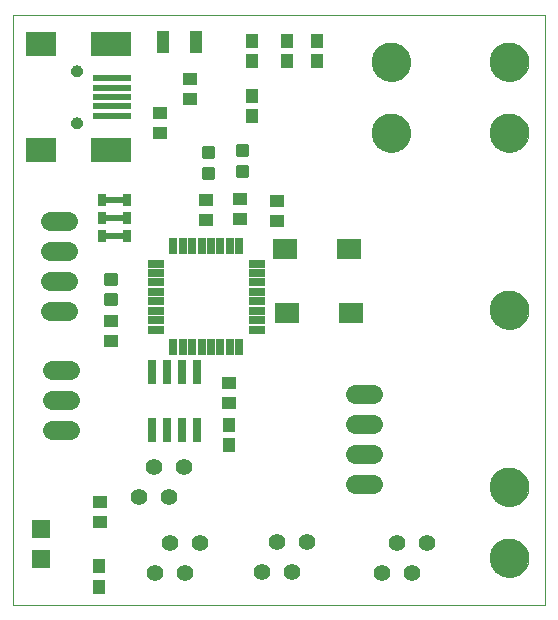
<source format=gts>
G75*
%MOIN*%
%OFA0B0*%
%FSLAX24Y24*%
%IPPOS*%
%LPD*%
%AMOC8*
5,1,8,0,0,1.08239X$1,22.5*
%
%ADD10C,0.0000*%
%ADD11C,0.1300*%
%ADD12R,0.0540X0.0260*%
%ADD13R,0.0260X0.0540*%
%ADD14R,0.0434X0.0749*%
%ADD15R,0.0473X0.0434*%
%ADD16R,0.0434X0.0473*%
%ADD17R,0.1024X0.0827*%
%ADD18R,0.1339X0.0827*%
%ADD19R,0.1260X0.0237*%
%ADD20C,0.0394*%
%ADD21R,0.0670X0.0197*%
%ADD22R,0.0276X0.0394*%
%ADD23R,0.0827X0.0670*%
%ADD24C,0.0130*%
%ADD25C,0.0560*%
%ADD26R,0.0640X0.0640*%
%ADD27C,0.0640*%
%ADD28R,0.0260X0.0820*%
D10*
X000486Y000241D02*
X000486Y019926D01*
X018203Y019926D01*
X018203Y000241D01*
X000486Y000241D01*
X012455Y015989D02*
X012457Y016039D01*
X012463Y016089D01*
X012473Y016138D01*
X012487Y016186D01*
X012504Y016233D01*
X012525Y016278D01*
X012550Y016322D01*
X012578Y016363D01*
X012610Y016402D01*
X012644Y016439D01*
X012681Y016473D01*
X012721Y016503D01*
X012763Y016530D01*
X012807Y016554D01*
X012853Y016575D01*
X012900Y016591D01*
X012948Y016604D01*
X012998Y016613D01*
X013047Y016618D01*
X013098Y016619D01*
X013148Y016616D01*
X013197Y016609D01*
X013246Y016598D01*
X013294Y016583D01*
X013340Y016565D01*
X013385Y016543D01*
X013428Y016517D01*
X013469Y016488D01*
X013508Y016456D01*
X013544Y016421D01*
X013576Y016383D01*
X013606Y016343D01*
X013633Y016300D01*
X013656Y016256D01*
X013675Y016210D01*
X013691Y016162D01*
X013703Y016113D01*
X013711Y016064D01*
X013715Y016014D01*
X013715Y015964D01*
X013711Y015914D01*
X013703Y015865D01*
X013691Y015816D01*
X013675Y015768D01*
X013656Y015722D01*
X013633Y015678D01*
X013606Y015635D01*
X013576Y015595D01*
X013544Y015557D01*
X013508Y015522D01*
X013469Y015490D01*
X013428Y015461D01*
X013385Y015435D01*
X013340Y015413D01*
X013294Y015395D01*
X013246Y015380D01*
X013197Y015369D01*
X013148Y015362D01*
X013098Y015359D01*
X013047Y015360D01*
X012998Y015365D01*
X012948Y015374D01*
X012900Y015387D01*
X012853Y015403D01*
X012807Y015424D01*
X012763Y015448D01*
X012721Y015475D01*
X012681Y015505D01*
X012644Y015539D01*
X012610Y015576D01*
X012578Y015615D01*
X012550Y015656D01*
X012525Y015700D01*
X012504Y015745D01*
X012487Y015792D01*
X012473Y015840D01*
X012463Y015889D01*
X012457Y015939D01*
X012455Y015989D01*
X012455Y018351D02*
X012457Y018401D01*
X012463Y018451D01*
X012473Y018500D01*
X012487Y018548D01*
X012504Y018595D01*
X012525Y018640D01*
X012550Y018684D01*
X012578Y018725D01*
X012610Y018764D01*
X012644Y018801D01*
X012681Y018835D01*
X012721Y018865D01*
X012763Y018892D01*
X012807Y018916D01*
X012853Y018937D01*
X012900Y018953D01*
X012948Y018966D01*
X012998Y018975D01*
X013047Y018980D01*
X013098Y018981D01*
X013148Y018978D01*
X013197Y018971D01*
X013246Y018960D01*
X013294Y018945D01*
X013340Y018927D01*
X013385Y018905D01*
X013428Y018879D01*
X013469Y018850D01*
X013508Y018818D01*
X013544Y018783D01*
X013576Y018745D01*
X013606Y018705D01*
X013633Y018662D01*
X013656Y018618D01*
X013675Y018572D01*
X013691Y018524D01*
X013703Y018475D01*
X013711Y018426D01*
X013715Y018376D01*
X013715Y018326D01*
X013711Y018276D01*
X013703Y018227D01*
X013691Y018178D01*
X013675Y018130D01*
X013656Y018084D01*
X013633Y018040D01*
X013606Y017997D01*
X013576Y017957D01*
X013544Y017919D01*
X013508Y017884D01*
X013469Y017852D01*
X013428Y017823D01*
X013385Y017797D01*
X013340Y017775D01*
X013294Y017757D01*
X013246Y017742D01*
X013197Y017731D01*
X013148Y017724D01*
X013098Y017721D01*
X013047Y017722D01*
X012998Y017727D01*
X012948Y017736D01*
X012900Y017749D01*
X012853Y017765D01*
X012807Y017786D01*
X012763Y017810D01*
X012721Y017837D01*
X012681Y017867D01*
X012644Y017901D01*
X012610Y017938D01*
X012578Y017977D01*
X012550Y018018D01*
X012525Y018062D01*
X012504Y018107D01*
X012487Y018154D01*
X012473Y018202D01*
X012463Y018251D01*
X012457Y018301D01*
X012455Y018351D01*
X016392Y018351D02*
X016394Y018401D01*
X016400Y018451D01*
X016410Y018500D01*
X016424Y018548D01*
X016441Y018595D01*
X016462Y018640D01*
X016487Y018684D01*
X016515Y018725D01*
X016547Y018764D01*
X016581Y018801D01*
X016618Y018835D01*
X016658Y018865D01*
X016700Y018892D01*
X016744Y018916D01*
X016790Y018937D01*
X016837Y018953D01*
X016885Y018966D01*
X016935Y018975D01*
X016984Y018980D01*
X017035Y018981D01*
X017085Y018978D01*
X017134Y018971D01*
X017183Y018960D01*
X017231Y018945D01*
X017277Y018927D01*
X017322Y018905D01*
X017365Y018879D01*
X017406Y018850D01*
X017445Y018818D01*
X017481Y018783D01*
X017513Y018745D01*
X017543Y018705D01*
X017570Y018662D01*
X017593Y018618D01*
X017612Y018572D01*
X017628Y018524D01*
X017640Y018475D01*
X017648Y018426D01*
X017652Y018376D01*
X017652Y018326D01*
X017648Y018276D01*
X017640Y018227D01*
X017628Y018178D01*
X017612Y018130D01*
X017593Y018084D01*
X017570Y018040D01*
X017543Y017997D01*
X017513Y017957D01*
X017481Y017919D01*
X017445Y017884D01*
X017406Y017852D01*
X017365Y017823D01*
X017322Y017797D01*
X017277Y017775D01*
X017231Y017757D01*
X017183Y017742D01*
X017134Y017731D01*
X017085Y017724D01*
X017035Y017721D01*
X016984Y017722D01*
X016935Y017727D01*
X016885Y017736D01*
X016837Y017749D01*
X016790Y017765D01*
X016744Y017786D01*
X016700Y017810D01*
X016658Y017837D01*
X016618Y017867D01*
X016581Y017901D01*
X016547Y017938D01*
X016515Y017977D01*
X016487Y018018D01*
X016462Y018062D01*
X016441Y018107D01*
X016424Y018154D01*
X016410Y018202D01*
X016400Y018251D01*
X016394Y018301D01*
X016392Y018351D01*
X016392Y015989D02*
X016394Y016039D01*
X016400Y016089D01*
X016410Y016138D01*
X016424Y016186D01*
X016441Y016233D01*
X016462Y016278D01*
X016487Y016322D01*
X016515Y016363D01*
X016547Y016402D01*
X016581Y016439D01*
X016618Y016473D01*
X016658Y016503D01*
X016700Y016530D01*
X016744Y016554D01*
X016790Y016575D01*
X016837Y016591D01*
X016885Y016604D01*
X016935Y016613D01*
X016984Y016618D01*
X017035Y016619D01*
X017085Y016616D01*
X017134Y016609D01*
X017183Y016598D01*
X017231Y016583D01*
X017277Y016565D01*
X017322Y016543D01*
X017365Y016517D01*
X017406Y016488D01*
X017445Y016456D01*
X017481Y016421D01*
X017513Y016383D01*
X017543Y016343D01*
X017570Y016300D01*
X017593Y016256D01*
X017612Y016210D01*
X017628Y016162D01*
X017640Y016113D01*
X017648Y016064D01*
X017652Y016014D01*
X017652Y015964D01*
X017648Y015914D01*
X017640Y015865D01*
X017628Y015816D01*
X017612Y015768D01*
X017593Y015722D01*
X017570Y015678D01*
X017543Y015635D01*
X017513Y015595D01*
X017481Y015557D01*
X017445Y015522D01*
X017406Y015490D01*
X017365Y015461D01*
X017322Y015435D01*
X017277Y015413D01*
X017231Y015395D01*
X017183Y015380D01*
X017134Y015369D01*
X017085Y015362D01*
X017035Y015359D01*
X016984Y015360D01*
X016935Y015365D01*
X016885Y015374D01*
X016837Y015387D01*
X016790Y015403D01*
X016744Y015424D01*
X016700Y015448D01*
X016658Y015475D01*
X016618Y015505D01*
X016581Y015539D01*
X016547Y015576D01*
X016515Y015615D01*
X016487Y015656D01*
X016462Y015700D01*
X016441Y015745D01*
X016424Y015792D01*
X016410Y015840D01*
X016400Y015889D01*
X016394Y015939D01*
X016392Y015989D01*
X016392Y010083D02*
X016394Y010133D01*
X016400Y010183D01*
X016410Y010232D01*
X016424Y010280D01*
X016441Y010327D01*
X016462Y010372D01*
X016487Y010416D01*
X016515Y010457D01*
X016547Y010496D01*
X016581Y010533D01*
X016618Y010567D01*
X016658Y010597D01*
X016700Y010624D01*
X016744Y010648D01*
X016790Y010669D01*
X016837Y010685D01*
X016885Y010698D01*
X016935Y010707D01*
X016984Y010712D01*
X017035Y010713D01*
X017085Y010710D01*
X017134Y010703D01*
X017183Y010692D01*
X017231Y010677D01*
X017277Y010659D01*
X017322Y010637D01*
X017365Y010611D01*
X017406Y010582D01*
X017445Y010550D01*
X017481Y010515D01*
X017513Y010477D01*
X017543Y010437D01*
X017570Y010394D01*
X017593Y010350D01*
X017612Y010304D01*
X017628Y010256D01*
X017640Y010207D01*
X017648Y010158D01*
X017652Y010108D01*
X017652Y010058D01*
X017648Y010008D01*
X017640Y009959D01*
X017628Y009910D01*
X017612Y009862D01*
X017593Y009816D01*
X017570Y009772D01*
X017543Y009729D01*
X017513Y009689D01*
X017481Y009651D01*
X017445Y009616D01*
X017406Y009584D01*
X017365Y009555D01*
X017322Y009529D01*
X017277Y009507D01*
X017231Y009489D01*
X017183Y009474D01*
X017134Y009463D01*
X017085Y009456D01*
X017035Y009453D01*
X016984Y009454D01*
X016935Y009459D01*
X016885Y009468D01*
X016837Y009481D01*
X016790Y009497D01*
X016744Y009518D01*
X016700Y009542D01*
X016658Y009569D01*
X016618Y009599D01*
X016581Y009633D01*
X016547Y009670D01*
X016515Y009709D01*
X016487Y009750D01*
X016462Y009794D01*
X016441Y009839D01*
X016424Y009886D01*
X016410Y009934D01*
X016400Y009983D01*
X016394Y010033D01*
X016392Y010083D01*
X016392Y004178D02*
X016394Y004228D01*
X016400Y004278D01*
X016410Y004327D01*
X016424Y004375D01*
X016441Y004422D01*
X016462Y004467D01*
X016487Y004511D01*
X016515Y004552D01*
X016547Y004591D01*
X016581Y004628D01*
X016618Y004662D01*
X016658Y004692D01*
X016700Y004719D01*
X016744Y004743D01*
X016790Y004764D01*
X016837Y004780D01*
X016885Y004793D01*
X016935Y004802D01*
X016984Y004807D01*
X017035Y004808D01*
X017085Y004805D01*
X017134Y004798D01*
X017183Y004787D01*
X017231Y004772D01*
X017277Y004754D01*
X017322Y004732D01*
X017365Y004706D01*
X017406Y004677D01*
X017445Y004645D01*
X017481Y004610D01*
X017513Y004572D01*
X017543Y004532D01*
X017570Y004489D01*
X017593Y004445D01*
X017612Y004399D01*
X017628Y004351D01*
X017640Y004302D01*
X017648Y004253D01*
X017652Y004203D01*
X017652Y004153D01*
X017648Y004103D01*
X017640Y004054D01*
X017628Y004005D01*
X017612Y003957D01*
X017593Y003911D01*
X017570Y003867D01*
X017543Y003824D01*
X017513Y003784D01*
X017481Y003746D01*
X017445Y003711D01*
X017406Y003679D01*
X017365Y003650D01*
X017322Y003624D01*
X017277Y003602D01*
X017231Y003584D01*
X017183Y003569D01*
X017134Y003558D01*
X017085Y003551D01*
X017035Y003548D01*
X016984Y003549D01*
X016935Y003554D01*
X016885Y003563D01*
X016837Y003576D01*
X016790Y003592D01*
X016744Y003613D01*
X016700Y003637D01*
X016658Y003664D01*
X016618Y003694D01*
X016581Y003728D01*
X016547Y003765D01*
X016515Y003804D01*
X016487Y003845D01*
X016462Y003889D01*
X016441Y003934D01*
X016424Y003981D01*
X016410Y004029D01*
X016400Y004078D01*
X016394Y004128D01*
X016392Y004178D01*
X016392Y001816D02*
X016394Y001866D01*
X016400Y001916D01*
X016410Y001965D01*
X016424Y002013D01*
X016441Y002060D01*
X016462Y002105D01*
X016487Y002149D01*
X016515Y002190D01*
X016547Y002229D01*
X016581Y002266D01*
X016618Y002300D01*
X016658Y002330D01*
X016700Y002357D01*
X016744Y002381D01*
X016790Y002402D01*
X016837Y002418D01*
X016885Y002431D01*
X016935Y002440D01*
X016984Y002445D01*
X017035Y002446D01*
X017085Y002443D01*
X017134Y002436D01*
X017183Y002425D01*
X017231Y002410D01*
X017277Y002392D01*
X017322Y002370D01*
X017365Y002344D01*
X017406Y002315D01*
X017445Y002283D01*
X017481Y002248D01*
X017513Y002210D01*
X017543Y002170D01*
X017570Y002127D01*
X017593Y002083D01*
X017612Y002037D01*
X017628Y001989D01*
X017640Y001940D01*
X017648Y001891D01*
X017652Y001841D01*
X017652Y001791D01*
X017648Y001741D01*
X017640Y001692D01*
X017628Y001643D01*
X017612Y001595D01*
X017593Y001549D01*
X017570Y001505D01*
X017543Y001462D01*
X017513Y001422D01*
X017481Y001384D01*
X017445Y001349D01*
X017406Y001317D01*
X017365Y001288D01*
X017322Y001262D01*
X017277Y001240D01*
X017231Y001222D01*
X017183Y001207D01*
X017134Y001196D01*
X017085Y001189D01*
X017035Y001186D01*
X016984Y001187D01*
X016935Y001192D01*
X016885Y001201D01*
X016837Y001214D01*
X016790Y001230D01*
X016744Y001251D01*
X016700Y001275D01*
X016658Y001302D01*
X016618Y001332D01*
X016581Y001366D01*
X016547Y001403D01*
X016515Y001442D01*
X016487Y001483D01*
X016462Y001527D01*
X016441Y001572D01*
X016424Y001619D01*
X016410Y001667D01*
X016400Y001716D01*
X016394Y001766D01*
X016392Y001816D01*
X002416Y016316D02*
X002418Y016342D01*
X002424Y016368D01*
X002434Y016393D01*
X002447Y016416D01*
X002463Y016436D01*
X002483Y016454D01*
X002505Y016469D01*
X002528Y016481D01*
X002554Y016489D01*
X002580Y016493D01*
X002606Y016493D01*
X002632Y016489D01*
X002658Y016481D01*
X002682Y016469D01*
X002703Y016454D01*
X002723Y016436D01*
X002739Y016416D01*
X002752Y016393D01*
X002762Y016368D01*
X002768Y016342D01*
X002770Y016316D01*
X002768Y016290D01*
X002762Y016264D01*
X002752Y016239D01*
X002739Y016216D01*
X002723Y016196D01*
X002703Y016178D01*
X002681Y016163D01*
X002658Y016151D01*
X002632Y016143D01*
X002606Y016139D01*
X002580Y016139D01*
X002554Y016143D01*
X002528Y016151D01*
X002504Y016163D01*
X002483Y016178D01*
X002463Y016196D01*
X002447Y016216D01*
X002434Y016239D01*
X002424Y016264D01*
X002418Y016290D01*
X002416Y016316D01*
X002416Y018048D02*
X002418Y018074D01*
X002424Y018100D01*
X002434Y018125D01*
X002447Y018148D01*
X002463Y018168D01*
X002483Y018186D01*
X002505Y018201D01*
X002528Y018213D01*
X002554Y018221D01*
X002580Y018225D01*
X002606Y018225D01*
X002632Y018221D01*
X002658Y018213D01*
X002682Y018201D01*
X002703Y018186D01*
X002723Y018168D01*
X002739Y018148D01*
X002752Y018125D01*
X002762Y018100D01*
X002768Y018074D01*
X002770Y018048D01*
X002768Y018022D01*
X002762Y017996D01*
X002752Y017971D01*
X002739Y017948D01*
X002723Y017928D01*
X002703Y017910D01*
X002681Y017895D01*
X002658Y017883D01*
X002632Y017875D01*
X002606Y017871D01*
X002580Y017871D01*
X002554Y017875D01*
X002528Y017883D01*
X002504Y017895D01*
X002483Y017910D01*
X002463Y017928D01*
X002447Y017948D01*
X002434Y017971D01*
X002424Y017996D01*
X002418Y018022D01*
X002416Y018048D01*
D11*
X013085Y018351D03*
X013085Y015989D03*
X017022Y015989D03*
X017022Y018351D03*
X017022Y010083D03*
X017022Y004178D03*
X017022Y001816D03*
D12*
X008610Y009426D03*
X008610Y009741D03*
X008610Y010056D03*
X008610Y010371D03*
X008610Y010686D03*
X008610Y011001D03*
X008610Y011316D03*
X008610Y011631D03*
X005230Y011631D03*
X005230Y011316D03*
X005230Y011001D03*
X005230Y010686D03*
X005230Y010371D03*
X005230Y010056D03*
X005230Y009741D03*
X005230Y009426D03*
D13*
X005817Y008838D03*
X006132Y008838D03*
X006447Y008838D03*
X006762Y008838D03*
X007077Y008838D03*
X007392Y008838D03*
X007707Y008838D03*
X008022Y008838D03*
X008022Y012218D03*
X007707Y012218D03*
X007392Y012218D03*
X007077Y012218D03*
X006762Y012218D03*
X006447Y012218D03*
X006132Y012218D03*
X005817Y012218D03*
D14*
X005479Y019020D03*
X006581Y019020D03*
D15*
X006372Y017784D03*
X006372Y017115D03*
X005376Y016654D03*
X005376Y015985D03*
X006904Y013745D03*
X006904Y013076D03*
X008053Y013127D03*
X008053Y013796D03*
X009270Y013713D03*
X009270Y013044D03*
X007683Y007658D03*
X007683Y006989D03*
X003746Y009032D03*
X003746Y009702D03*
X003372Y003694D03*
X003372Y003024D03*
D16*
X003333Y001532D03*
X003333Y000863D03*
X007668Y005568D03*
X007668Y006237D03*
X008455Y016548D03*
X008455Y017217D03*
X008431Y018383D03*
X008431Y019052D03*
X009609Y019044D03*
X009609Y018375D03*
X010620Y018375D03*
X010620Y019044D03*
D17*
X001412Y018934D03*
X001412Y015430D03*
D18*
X003734Y015430D03*
X003734Y018934D03*
D19*
X003774Y017812D03*
X003774Y017497D03*
X003774Y017182D03*
X003774Y016867D03*
X003774Y016552D03*
D20*
X002593Y016316D03*
X002593Y018048D03*
D21*
X003857Y013733D03*
X003857Y013143D03*
X003857Y012552D03*
D22*
X004270Y012552D03*
X004270Y013143D03*
X004270Y013733D03*
X003443Y013733D03*
X003443Y013143D03*
X003443Y012552D03*
D23*
X009534Y012131D03*
X009605Y009985D03*
X011731Y009985D03*
X011660Y012131D03*
D24*
X008276Y014559D02*
X007972Y014559D01*
X007972Y014863D01*
X008276Y014863D01*
X008276Y014559D01*
X008276Y014688D02*
X007972Y014688D01*
X007972Y014817D02*
X008276Y014817D01*
X008276Y015249D02*
X007972Y015249D01*
X007972Y015553D01*
X008276Y015553D01*
X008276Y015249D01*
X008276Y015378D02*
X007972Y015378D01*
X007972Y015507D02*
X008276Y015507D01*
X007142Y015167D02*
X006838Y015167D01*
X006838Y015471D01*
X007142Y015471D01*
X007142Y015167D01*
X007142Y015296D02*
X006838Y015296D01*
X006838Y015425D02*
X007142Y015425D01*
X007142Y014476D02*
X006838Y014476D01*
X006838Y014780D01*
X007142Y014780D01*
X007142Y014476D01*
X007142Y014605D02*
X006838Y014605D01*
X006838Y014734D02*
X007142Y014734D01*
X003894Y010958D02*
X003590Y010958D01*
X003590Y011262D01*
X003894Y011262D01*
X003894Y010958D01*
X003894Y011087D02*
X003590Y011087D01*
X003590Y011216D02*
X003894Y011216D01*
X003894Y010267D02*
X003590Y010267D01*
X003590Y010571D01*
X003894Y010571D01*
X003894Y010267D01*
X003894Y010396D02*
X003590Y010396D01*
X003590Y010525D02*
X003894Y010525D01*
D25*
X005166Y004851D03*
X006166Y004851D03*
X005666Y003851D03*
X004666Y003851D03*
X005713Y002331D03*
X006713Y002331D03*
X006213Y001331D03*
X005213Y001331D03*
X008792Y001359D03*
X009292Y002359D03*
X009792Y001359D03*
X010292Y002359D03*
X012776Y001300D03*
X013276Y002300D03*
X014276Y002300D03*
X013776Y001300D03*
D26*
X001420Y001796D03*
X001420Y002796D03*
D27*
X001785Y006091D02*
X002385Y006091D01*
X002385Y007091D02*
X001785Y007091D01*
X001785Y008091D02*
X002385Y008091D01*
X002294Y010048D02*
X001694Y010048D01*
X001694Y011048D02*
X002294Y011048D01*
X002294Y012048D02*
X001694Y012048D01*
X001694Y013048D02*
X002294Y013048D01*
X011887Y007276D02*
X012487Y007276D01*
X012487Y006276D02*
X011887Y006276D01*
X011887Y005276D02*
X012487Y005276D01*
X012487Y004276D02*
X011887Y004276D01*
D28*
X006618Y006066D03*
X006118Y006066D03*
X005618Y006066D03*
X005118Y006066D03*
X005118Y008006D03*
X005618Y008006D03*
X006118Y008006D03*
X006618Y008006D03*
M02*

</source>
